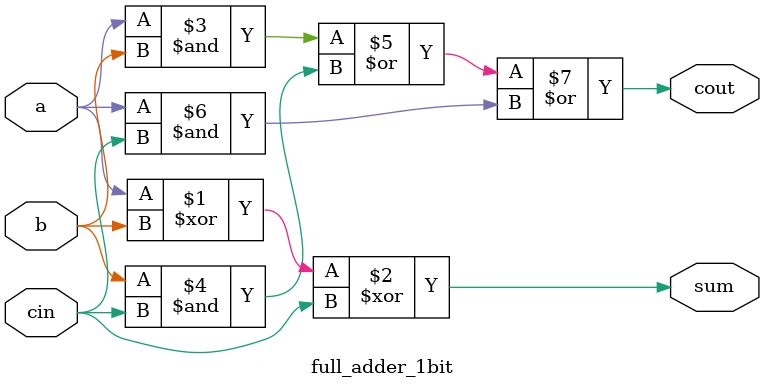
<source format=v>
module full_adder_1bit (
    input a, b, cin,
    output sum, cout
);
    assign sum = a ^ b ^ cin;
    assign cout = (a & b) | (b & cin) | (a & cin);
endmodule

</source>
